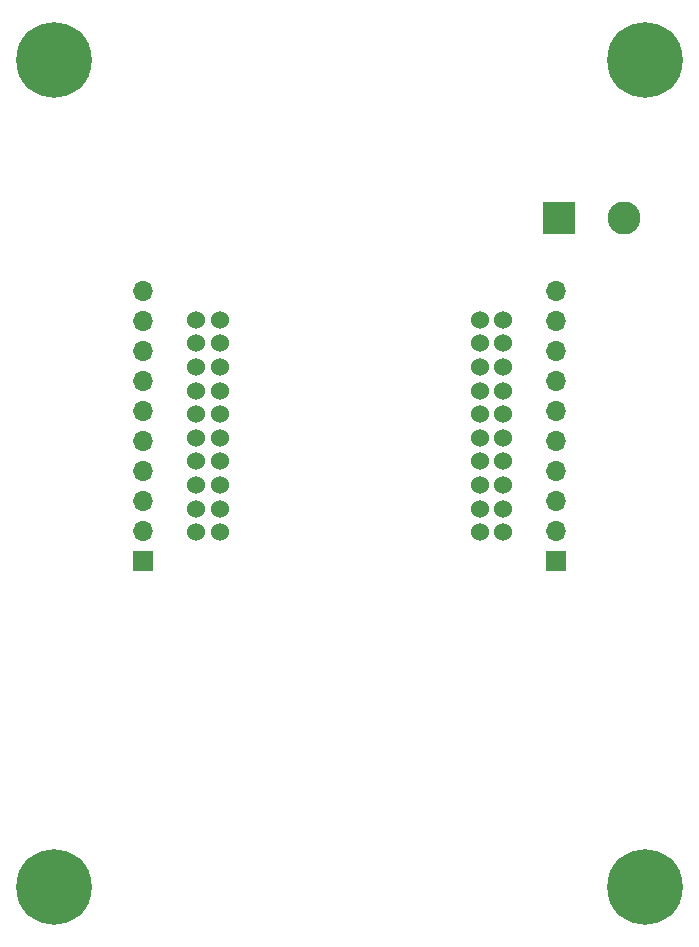
<source format=gbr>
G04 #@! TF.FileFunction,Copper,L2,Bot,Signal*
%FSLAX46Y46*%
G04 Gerber Fmt 4.6, Leading zero omitted, Abs format (unit mm)*
G04 Created by KiCad (PCBNEW 4.0.7) date 09/25/17 13:32:06*
%MOMM*%
%LPD*%
G01*
G04 APERTURE LIST*
%ADD10C,0.100000*%
%ADD11C,6.400000*%
%ADD12C,1.524000*%
%ADD13R,1.700000X1.700000*%
%ADD14O,1.700000X1.700000*%
%ADD15R,2.800000X2.800000*%
%ADD16C,2.800000*%
G04 APERTURE END LIST*
D10*
D11*
X115000000Y-115000000D03*
X165000000Y-115000000D03*
X165000000Y-45000000D03*
D12*
X129000000Y-67000000D03*
X129000000Y-69000000D03*
X129000000Y-71000000D03*
X129000000Y-73000000D03*
X129000000Y-75000000D03*
X129000000Y-77000000D03*
X129000000Y-79000000D03*
X129000000Y-81000000D03*
X129000000Y-83000000D03*
X129000000Y-85000000D03*
X127000000Y-73000000D03*
X127000000Y-75000000D03*
X127000000Y-69000000D03*
X127000000Y-71000000D03*
X127000000Y-67000000D03*
X127000000Y-83000000D03*
X127000000Y-77000000D03*
X127000000Y-79000000D03*
X127000000Y-81000000D03*
X127000000Y-85000000D03*
X151000000Y-85000000D03*
X151000000Y-83000000D03*
X151000000Y-81000000D03*
X151000000Y-79000000D03*
X151000000Y-77000000D03*
X151000000Y-75000000D03*
X151000000Y-73000000D03*
X151000000Y-71000000D03*
X151000000Y-69000000D03*
X151000000Y-67000000D03*
X153000000Y-79000000D03*
X153000000Y-77000000D03*
X153000000Y-83000000D03*
X153000000Y-81000000D03*
X153000000Y-85000000D03*
X153000000Y-69000000D03*
X153000000Y-75000000D03*
X153000000Y-73000000D03*
X153000000Y-71000000D03*
X153000000Y-67000000D03*
D13*
X157500000Y-87410000D03*
D14*
X157500000Y-84870000D03*
X157500000Y-82330000D03*
X157500000Y-79790000D03*
X157500000Y-77250000D03*
X157500000Y-74710000D03*
X157500000Y-72170000D03*
X157500000Y-69630000D03*
X157500000Y-67090000D03*
X157500000Y-64550000D03*
D13*
X122500000Y-87410000D03*
D14*
X122500000Y-84870000D03*
X122500000Y-82330000D03*
X122500000Y-79790000D03*
X122500000Y-77250000D03*
X122500000Y-74710000D03*
X122500000Y-72170000D03*
X122500000Y-69630000D03*
X122500000Y-67090000D03*
X122500000Y-64550000D03*
D15*
X157700000Y-58400000D03*
D16*
X163200000Y-58400000D03*
D11*
X115000000Y-45000000D03*
M02*

</source>
